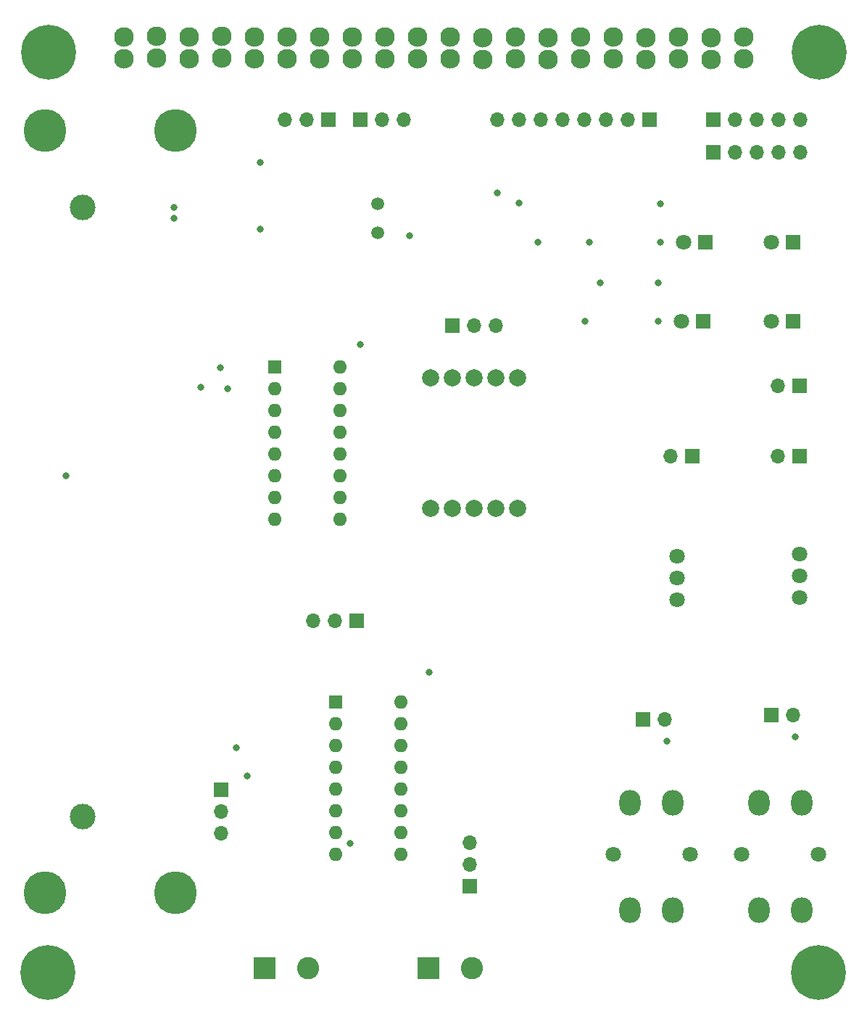
<source format=gbr>
%TF.GenerationSoftware,KiCad,Pcbnew,(6.0.7)*%
%TF.CreationDate,2022-09-06T17:39:22+02:00*%
%TF.ProjectId,myDAQExpansionBoard,6d794441-5145-4787-9061-6e73696f6e42,rev?*%
%TF.SameCoordinates,Original*%
%TF.FileFunction,Soldermask,Bot*%
%TF.FilePolarity,Negative*%
%FSLAX46Y46*%
G04 Gerber Fmt 4.6, Leading zero omitted, Abs format (unit mm)*
G04 Created by KiCad (PCBNEW (6.0.7)) date 2022-09-06 17:39:22*
%MOMM*%
%LPD*%
G01*
G04 APERTURE LIST*
%ADD10C,6.400000*%
%ADD11C,0.800000*%
%ADD12R,1.800000X1.800000*%
%ADD13C,1.800000*%
%ADD14O,2.500000X3.000000*%
%ADD15R,1.700000X1.700000*%
%ADD16O,1.700000X1.700000*%
%ADD17R,2.600000X2.600000*%
%ADD18C,2.600000*%
%ADD19C,2.300000*%
%ADD20R,1.600000X1.600000*%
%ADD21O,1.600000X1.600000*%
%ADD22C,1.500000*%
%ADD23C,2.000000*%
%ADD24C,5.000000*%
%ADD25C,3.000000*%
G04 APERTURE END LIST*
D10*
%TO.C,H1*%
X135064466Y-50564466D03*
D11*
X133367410Y-52261522D03*
X135064466Y-48164466D03*
X136761522Y-52261522D03*
X133367410Y-48867410D03*
X132664466Y-50564466D03*
X136761522Y-48867410D03*
X137464466Y-50564466D03*
X135064466Y-52964466D03*
%TD*%
D12*
%TO.C,D4*%
X132025000Y-81975000D03*
D13*
X129485000Y-81975000D03*
%TD*%
%TO.C,SW1*%
X120000000Y-144250000D03*
X111000000Y-144250000D03*
D14*
X113000000Y-150750000D03*
X113000000Y-138250000D03*
X118000000Y-150750000D03*
X118000000Y-138250000D03*
%TD*%
D15*
%TO.C,JP5*%
X132750000Y-89500000D03*
D16*
X130210000Y-89500000D03*
%TD*%
D13*
%TO.C,SW4*%
X132750000Y-114290000D03*
X132750000Y-111750000D03*
X132750000Y-109210000D03*
%TD*%
D15*
%TO.C,JP10*%
X81450000Y-58500000D03*
D16*
X83990000Y-58500000D03*
X86530000Y-58500000D03*
%TD*%
D15*
%TO.C,JP1*%
X114475000Y-128500000D03*
D16*
X117015000Y-128500000D03*
%TD*%
D15*
%TO.C,J2*%
X122675000Y-58500000D03*
D16*
X125215000Y-58500000D03*
X127755000Y-58500000D03*
X130295000Y-58500000D03*
X132835000Y-58500000D03*
%TD*%
D13*
%TO.C,SW2*%
X135000000Y-144250000D03*
X126000000Y-144250000D03*
D14*
X128000000Y-138250000D03*
X128000000Y-150750000D03*
X133000000Y-150750000D03*
X133000000Y-138250000D03*
%TD*%
D15*
%TO.C,JP14*%
X65250000Y-136725000D03*
D16*
X65250000Y-139265000D03*
X65250000Y-141805000D03*
%TD*%
D17*
%TO.C,J6*%
X89455000Y-157555000D03*
D18*
X94535000Y-157555000D03*
%TD*%
D12*
%TO.C,D2*%
X132025000Y-72750000D03*
D13*
X129485000Y-72750000D03*
%TD*%
D10*
%TO.C,H4*%
X45064466Y-50564466D03*
D11*
X42664466Y-50564466D03*
X46761522Y-52261522D03*
X45064466Y-48164466D03*
X43367410Y-52261522D03*
X45064466Y-52964466D03*
X47464466Y-50564466D03*
X46761522Y-48867410D03*
X43367410Y-48867410D03*
%TD*%
D13*
%TO.C,SW3*%
X118500000Y-114540000D03*
X118500000Y-112000000D03*
X118500000Y-109460000D03*
%TD*%
D15*
%TO.C,JP12*%
X81025000Y-116975000D03*
D16*
X78485000Y-116975000D03*
X75945000Y-116975000D03*
%TD*%
D15*
%TO.C,JP2*%
X129475000Y-128000000D03*
D16*
X132015000Y-128000000D03*
%TD*%
D19*
%TO.C,J1*%
X53905000Y-51340000D03*
X53905000Y-48800000D03*
X53905000Y-51340000D03*
X57715000Y-51300000D03*
X57715000Y-48760000D03*
X57715000Y-51300000D03*
X61525000Y-51340000D03*
X61525000Y-48800000D03*
X61525000Y-51340000D03*
X65335000Y-48760000D03*
X65335000Y-51300000D03*
X65335000Y-51300000D03*
X69145000Y-51380000D03*
X69145000Y-48840000D03*
X69145000Y-51380000D03*
X72955000Y-48800000D03*
X72955000Y-51340000D03*
X72955000Y-51340000D03*
X76765000Y-51380000D03*
X76765000Y-51380000D03*
X76765000Y-48840000D03*
X80575000Y-51340000D03*
X80575000Y-48800000D03*
X80575000Y-51340000D03*
X84385000Y-48800000D03*
X84385000Y-51340000D03*
X84385000Y-51340000D03*
X88195000Y-51380000D03*
X88195000Y-51380000D03*
X88195000Y-48840000D03*
X92005000Y-48800000D03*
X92005000Y-51340000D03*
X92005000Y-51340000D03*
X95815000Y-51420000D03*
X95815000Y-51420000D03*
X95815000Y-48880000D03*
X99625000Y-51380000D03*
X99625000Y-51380000D03*
X99625000Y-48840000D03*
X103435000Y-51420000D03*
X103435000Y-48880000D03*
X103435000Y-51420000D03*
X107245000Y-51380000D03*
X107245000Y-51380000D03*
X107245000Y-48840000D03*
X111055000Y-48800000D03*
X111055000Y-51340000D03*
X111055000Y-51340000D03*
X114865000Y-51420000D03*
X114865000Y-48880000D03*
X114865000Y-51420000D03*
X118675000Y-51380000D03*
X118675000Y-51380000D03*
X118675000Y-48840000D03*
X122485000Y-51420000D03*
X122485000Y-51420000D03*
X122485000Y-48880000D03*
X126295000Y-48840000D03*
X126295000Y-51380000D03*
X126295000Y-51380000D03*
%TD*%
D15*
%TO.C,JP9*%
X92225000Y-82500000D03*
D16*
X94765000Y-82500000D03*
X97305000Y-82500000D03*
%TD*%
D20*
%TO.C,U1*%
X71517500Y-87375000D03*
D21*
X71517500Y-89915000D03*
X71517500Y-92455000D03*
X71517500Y-94995000D03*
X71517500Y-97535000D03*
X71517500Y-100075000D03*
X71517500Y-102615000D03*
X71517500Y-105155000D03*
X79137500Y-105155000D03*
X79137500Y-102615000D03*
X79137500Y-100075000D03*
X79137500Y-97535000D03*
X79137500Y-94995000D03*
X79137500Y-92455000D03*
X79137500Y-89915000D03*
X79137500Y-87375000D03*
%TD*%
D22*
%TO.C,R18*%
X83500000Y-71700000D03*
X83500000Y-68300000D03*
%TD*%
D15*
%TO.C,JP3*%
X120250000Y-97750000D03*
D16*
X117710000Y-97750000D03*
%TD*%
D20*
%TO.C,U5*%
X78555000Y-126445000D03*
D21*
X78555000Y-128985000D03*
X78555000Y-131525000D03*
X78555000Y-134065000D03*
X78555000Y-136605000D03*
X78555000Y-139145000D03*
X78555000Y-141685000D03*
X78555000Y-144225000D03*
X86175000Y-144225000D03*
X86175000Y-141685000D03*
X86175000Y-139145000D03*
X86175000Y-136605000D03*
X86175000Y-134065000D03*
X86175000Y-131525000D03*
X86175000Y-128985000D03*
X86175000Y-126445000D03*
%TD*%
D23*
%TO.C,U2*%
X89670000Y-103870000D03*
X92210000Y-103870000D03*
X94750000Y-103870000D03*
X97290000Y-103870000D03*
X99830000Y-103870000D03*
X99830000Y-88630000D03*
X97290000Y-88630000D03*
X94750000Y-88630000D03*
X92210000Y-88630000D03*
X89670000Y-88630000D03*
%TD*%
D10*
%TO.C,H2*%
X135000000Y-158000000D03*
D11*
X132600000Y-158000000D03*
X133302944Y-156302944D03*
X136697056Y-156302944D03*
X135000000Y-155600000D03*
X137400000Y-158000000D03*
X136697056Y-159697056D03*
X133302944Y-159697056D03*
X135000000Y-160400000D03*
%TD*%
D15*
%TO.C,JP13*%
X94250000Y-148000000D03*
D16*
X94250000Y-145460000D03*
X94250000Y-142920000D03*
%TD*%
D15*
%TO.C,JP11*%
X77775000Y-58500000D03*
D16*
X75235000Y-58500000D03*
X72695000Y-58500000D03*
%TD*%
D12*
%TO.C,D1*%
X121775000Y-72750000D03*
D13*
X119235000Y-72750000D03*
%TD*%
D10*
%TO.C,H3*%
X45000000Y-158000000D03*
D11*
X47400000Y-158000000D03*
X45000000Y-160400000D03*
X42600000Y-158000000D03*
X46697056Y-159697056D03*
X46697056Y-156302944D03*
X43302944Y-156302944D03*
X45000000Y-155600000D03*
X43302944Y-159697056D03*
%TD*%
D24*
%TO.C,J8*%
X44600000Y-148750000D03*
X59900000Y-148750000D03*
%TD*%
D15*
%TO.C,JP4*%
X132750000Y-97750000D03*
D16*
X130210000Y-97750000D03*
%TD*%
D25*
%TO.C,R17*%
X49000000Y-139810000D03*
X49000000Y-68690000D03*
%TD*%
D12*
%TO.C,D3*%
X121525000Y-82000000D03*
D13*
X118985000Y-82000000D03*
%TD*%
D24*
%TO.C,J5*%
X59900000Y-59750000D03*
X44600000Y-59750000D03*
%TD*%
D15*
%TO.C,J3*%
X122675000Y-62250000D03*
D16*
X125215000Y-62250000D03*
X127755000Y-62250000D03*
X130295000Y-62250000D03*
X132835000Y-62250000D03*
%TD*%
D15*
%TO.C,J7*%
X115250000Y-58450000D03*
D16*
X112710000Y-58450000D03*
X110170000Y-58450000D03*
X107630000Y-58450000D03*
X105090000Y-58450000D03*
X102550000Y-58450000D03*
X100010000Y-58450000D03*
X97470000Y-58450000D03*
%TD*%
D17*
%TO.C,J4*%
X70260000Y-157555000D03*
D18*
X75340000Y-157555000D03*
%TD*%
D11*
X59750000Y-68750000D03*
X47100000Y-100000000D03*
X59750000Y-70000000D03*
X89500000Y-123000000D03*
X69750000Y-71250000D03*
X117250000Y-131000000D03*
X69750000Y-63500000D03*
X132250000Y-130500000D03*
X87250000Y-72000000D03*
X81500000Y-84700000D03*
X108250000Y-72750000D03*
X97470000Y-67030000D03*
X116500000Y-72750000D03*
X102250000Y-72750000D03*
X62800000Y-89700000D03*
X65100000Y-87400000D03*
X116500000Y-68250000D03*
X100010000Y-68240000D03*
X67000000Y-131800000D03*
X68300000Y-135100000D03*
X116250000Y-82000000D03*
X80300000Y-143000000D03*
X107750000Y-82000000D03*
X66000000Y-89900000D03*
X109500000Y-77500000D03*
X116250000Y-77500000D03*
M02*

</source>
